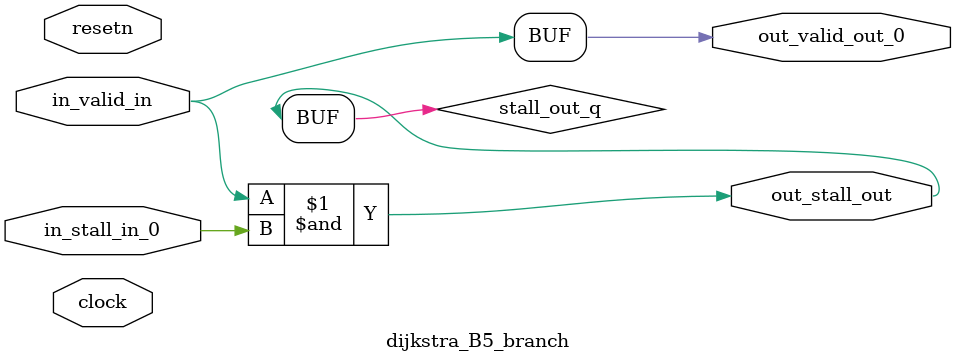
<source format=sv>



(* altera_attribute = "-name AUTO_SHIFT_REGISTER_RECOGNITION OFF; -name MESSAGE_DISABLE 10036; -name MESSAGE_DISABLE 10037; -name MESSAGE_DISABLE 14130; -name MESSAGE_DISABLE 14320; -name MESSAGE_DISABLE 15400; -name MESSAGE_DISABLE 14130; -name MESSAGE_DISABLE 10036; -name MESSAGE_DISABLE 12020; -name MESSAGE_DISABLE 12030; -name MESSAGE_DISABLE 12010; -name MESSAGE_DISABLE 12110; -name MESSAGE_DISABLE 14320; -name MESSAGE_DISABLE 13410; -name MESSAGE_DISABLE 113007; -name MESSAGE_DISABLE 10958" *)
module dijkstra_B5_branch (
    input wire [0:0] in_stall_in_0,
    input wire [0:0] in_valid_in,
    output wire [0:0] out_stall_out,
    output wire [0:0] out_valid_out_0,
    input wire clock,
    input wire resetn
    );

    wire [0:0] stall_out_q;


    // stall_out(LOGICAL,6)
    assign stall_out_q = in_valid_in & in_stall_in_0;

    // out_stall_out(GPOUT,4)
    assign out_stall_out = stall_out_q;

    // out_valid_out_0(GPOUT,5)
    assign out_valid_out_0 = in_valid_in;

endmodule

</source>
